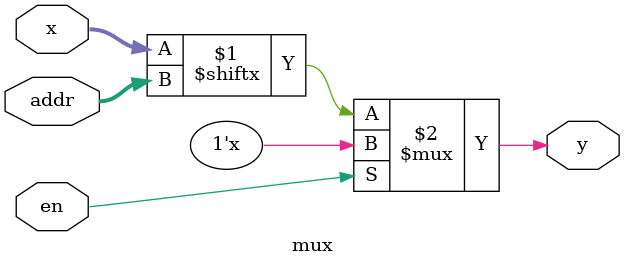
<source format=v>
`timescale 1 ns / 10 ps

module mux#(parameter MUX_WIDTH = 8)(x, addr, y, en);

parameter ADDR_WIDTH = $clog2(MUX_WIDTH);

input [MUX_WIDTH-1:0] x;
input [ADDR_WIDTH-1:0] addr;
input en;

output y;

assign y = en ? 1'bz : x[addr];

endmodule

</source>
